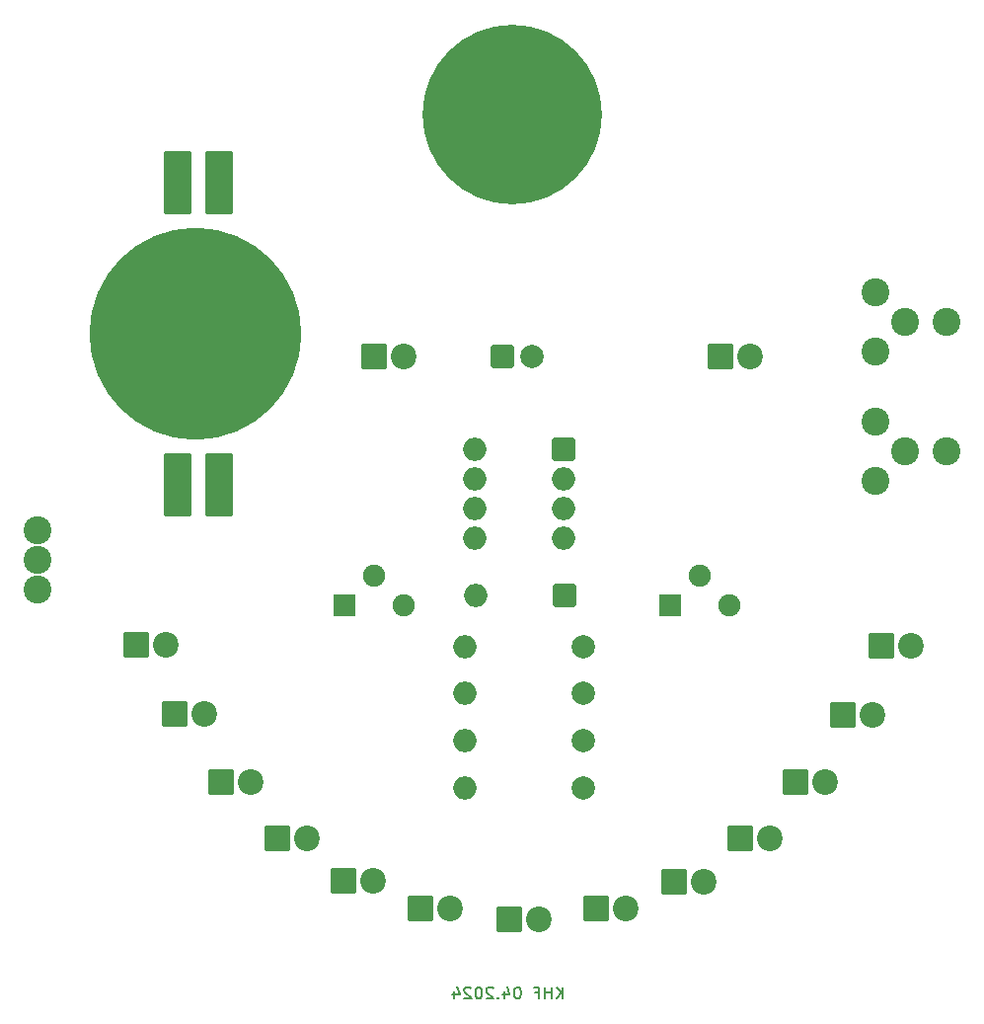
<source format=gbr>
%TF.GenerationSoftware,KiCad,Pcbnew,7.0.8*%
%TF.CreationDate,2024-04-06T10:04:34+02:00*%
%TF.ProjectId,Smiley,536d696c-6579-42e6-9b69-6361645f7063,rev?*%
%TF.SameCoordinates,Original*%
%TF.FileFunction,Soldermask,Bot*%
%TF.FilePolarity,Negative*%
%FSLAX46Y46*%
G04 Gerber Fmt 4.6, Leading zero omitted, Abs format (unit mm)*
G04 Created by KiCad (PCBNEW 7.0.8) date 2024-04-06 10:04:34*
%MOMM*%
%LPD*%
G01*
G04 APERTURE LIST*
G04 Aperture macros list*
%AMRoundRect*
0 Rectangle with rounded corners*
0 $1 Rounding radius*
0 $2 $3 $4 $5 $6 $7 $8 $9 X,Y pos of 4 corners*
0 Add a 4 corners polygon primitive as box body*
4,1,4,$2,$3,$4,$5,$6,$7,$8,$9,$2,$3,0*
0 Add four circle primitives for the rounded corners*
1,1,$1+$1,$2,$3*
1,1,$1+$1,$4,$5*
1,1,$1+$1,$6,$7*
1,1,$1+$1,$8,$9*
0 Add four rect primitives between the rounded corners*
20,1,$1+$1,$2,$3,$4,$5,0*
20,1,$1+$1,$4,$5,$6,$7,0*
20,1,$1+$1,$6,$7,$8,$9,0*
20,1,$1+$1,$8,$9,$2,$3,0*%
G04 Aperture macros list end*
%ADD10C,0.150000*%
%ADD11C,15.400000*%
%ADD12RoundRect,0.200000X-0.900000X-0.900000X0.900000X-0.900000X0.900000X0.900000X-0.900000X0.900000X0*%
%ADD13C,2.200000*%
%ADD14RoundRect,0.200000X-1.000000X2.500000X-1.000000X-2.500000X1.000000X-2.500000X1.000000X2.500000X0*%
%ADD15C,18.180000*%
%ADD16RoundRect,0.200000X0.800000X0.800000X-0.800000X0.800000X-0.800000X-0.800000X0.800000X-0.800000X0*%
%ADD17O,2.000000X2.000000*%
%ADD18RoundRect,0.200000X-0.750000X-0.750000X0.750000X-0.750000X0.750000X0.750000X-0.750000X0.750000X0*%
%ADD19C,1.900000*%
%ADD20C,2.400000*%
%ADD21C,2.000000*%
%ADD22RoundRect,0.200000X-0.800000X-0.800000X0.800000X-0.800000X0.800000X0.800000X-0.800000X0.800000X0*%
G04 APERTURE END LIST*
D10*
X84073220Y-105969819D02*
X84073220Y-104969819D01*
X83501792Y-105969819D02*
X83930363Y-105398390D01*
X83501792Y-104969819D02*
X84073220Y-105541247D01*
X83073220Y-105969819D02*
X83073220Y-104969819D01*
X83073220Y-105446009D02*
X82501792Y-105446009D01*
X82501792Y-105969819D02*
X82501792Y-104969819D01*
X81692268Y-105446009D02*
X82025601Y-105446009D01*
X82025601Y-105969819D02*
X82025601Y-104969819D01*
X82025601Y-104969819D02*
X81549411Y-104969819D01*
X80216077Y-104969819D02*
X80120839Y-104969819D01*
X80120839Y-104969819D02*
X80025601Y-105017438D01*
X80025601Y-105017438D02*
X79977982Y-105065057D01*
X79977982Y-105065057D02*
X79930363Y-105160295D01*
X79930363Y-105160295D02*
X79882744Y-105350771D01*
X79882744Y-105350771D02*
X79882744Y-105588866D01*
X79882744Y-105588866D02*
X79930363Y-105779342D01*
X79930363Y-105779342D02*
X79977982Y-105874580D01*
X79977982Y-105874580D02*
X80025601Y-105922200D01*
X80025601Y-105922200D02*
X80120839Y-105969819D01*
X80120839Y-105969819D02*
X80216077Y-105969819D01*
X80216077Y-105969819D02*
X80311315Y-105922200D01*
X80311315Y-105922200D02*
X80358934Y-105874580D01*
X80358934Y-105874580D02*
X80406553Y-105779342D01*
X80406553Y-105779342D02*
X80454172Y-105588866D01*
X80454172Y-105588866D02*
X80454172Y-105350771D01*
X80454172Y-105350771D02*
X80406553Y-105160295D01*
X80406553Y-105160295D02*
X80358934Y-105065057D01*
X80358934Y-105065057D02*
X80311315Y-105017438D01*
X80311315Y-105017438D02*
X80216077Y-104969819D01*
X79025601Y-105303152D02*
X79025601Y-105969819D01*
X79263696Y-104922200D02*
X79501791Y-105636485D01*
X79501791Y-105636485D02*
X78882744Y-105636485D01*
X78501791Y-105874580D02*
X78454172Y-105922200D01*
X78454172Y-105922200D02*
X78501791Y-105969819D01*
X78501791Y-105969819D02*
X78549410Y-105922200D01*
X78549410Y-105922200D02*
X78501791Y-105874580D01*
X78501791Y-105874580D02*
X78501791Y-105969819D01*
X78073220Y-105065057D02*
X78025601Y-105017438D01*
X78025601Y-105017438D02*
X77930363Y-104969819D01*
X77930363Y-104969819D02*
X77692268Y-104969819D01*
X77692268Y-104969819D02*
X77597030Y-105017438D01*
X77597030Y-105017438D02*
X77549411Y-105065057D01*
X77549411Y-105065057D02*
X77501792Y-105160295D01*
X77501792Y-105160295D02*
X77501792Y-105255533D01*
X77501792Y-105255533D02*
X77549411Y-105398390D01*
X77549411Y-105398390D02*
X78120839Y-105969819D01*
X78120839Y-105969819D02*
X77501792Y-105969819D01*
X76882744Y-104969819D02*
X76787506Y-104969819D01*
X76787506Y-104969819D02*
X76692268Y-105017438D01*
X76692268Y-105017438D02*
X76644649Y-105065057D01*
X76644649Y-105065057D02*
X76597030Y-105160295D01*
X76597030Y-105160295D02*
X76549411Y-105350771D01*
X76549411Y-105350771D02*
X76549411Y-105588866D01*
X76549411Y-105588866D02*
X76597030Y-105779342D01*
X76597030Y-105779342D02*
X76644649Y-105874580D01*
X76644649Y-105874580D02*
X76692268Y-105922200D01*
X76692268Y-105922200D02*
X76787506Y-105969819D01*
X76787506Y-105969819D02*
X76882744Y-105969819D01*
X76882744Y-105969819D02*
X76977982Y-105922200D01*
X76977982Y-105922200D02*
X77025601Y-105874580D01*
X77025601Y-105874580D02*
X77073220Y-105779342D01*
X77073220Y-105779342D02*
X77120839Y-105588866D01*
X77120839Y-105588866D02*
X77120839Y-105350771D01*
X77120839Y-105350771D02*
X77073220Y-105160295D01*
X77073220Y-105160295D02*
X77025601Y-105065057D01*
X77025601Y-105065057D02*
X76977982Y-105017438D01*
X76977982Y-105017438D02*
X76882744Y-104969819D01*
X76168458Y-105065057D02*
X76120839Y-105017438D01*
X76120839Y-105017438D02*
X76025601Y-104969819D01*
X76025601Y-104969819D02*
X75787506Y-104969819D01*
X75787506Y-104969819D02*
X75692268Y-105017438D01*
X75692268Y-105017438D02*
X75644649Y-105065057D01*
X75644649Y-105065057D02*
X75597030Y-105160295D01*
X75597030Y-105160295D02*
X75597030Y-105255533D01*
X75597030Y-105255533D02*
X75644649Y-105398390D01*
X75644649Y-105398390D02*
X76216077Y-105969819D01*
X76216077Y-105969819D02*
X75597030Y-105969819D01*
X74739887Y-105303152D02*
X74739887Y-105969819D01*
X74977982Y-104922200D02*
X75216077Y-105636485D01*
X75216077Y-105636485D02*
X74597030Y-105636485D01*
D11*
%TO.C,LP_rund*%
X79760000Y-30150000D03*
%TD*%
D12*
%TO.C,REF\u002A\u002A*%
X111380000Y-75670000D03*
D13*
X113920000Y-75670000D03*
%TD*%
D14*
%TO.C,U2*%
X51046000Y-35986000D03*
X54602000Y-35986000D03*
X51046000Y-61880000D03*
X54602000Y-61880000D03*
D15*
X52570000Y-48940000D03*
%TD*%
D16*
%TO.C,U1*%
X84100000Y-58900000D03*
D17*
X84100000Y-61440000D03*
X84100000Y-63980000D03*
X84100000Y-66520000D03*
X76480000Y-66520000D03*
X76480000Y-63980000D03*
X76480000Y-61440000D03*
X76480000Y-58900000D03*
%TD*%
D18*
%TO.C,T2*%
X65320000Y-72260000D03*
D19*
X67860000Y-69720000D03*
X70400000Y-72260000D03*
%TD*%
%TO.C,T1*%
X98320000Y-72260000D03*
X95780000Y-69720000D03*
D18*
X93240000Y-72260000D03*
%TD*%
D20*
%TO.C,S1*%
X38990000Y-65810000D03*
X38990000Y-68350000D03*
X38990000Y-70890000D03*
%TD*%
D17*
%TO.C,R6*%
X75620000Y-87910000D03*
D21*
X85780000Y-87910000D03*
%TD*%
%TO.C,R5*%
X85780000Y-83860000D03*
D17*
X75620000Y-83860000D03*
%TD*%
D21*
%TO.C,R4*%
X85780000Y-79810000D03*
D17*
X75620000Y-79810000D03*
%TD*%
D21*
%TO.C,R3*%
X85780000Y-75760000D03*
D17*
X75620000Y-75760000D03*
%TD*%
D20*
%TO.C,P2*%
X110840000Y-56500000D03*
X110840000Y-61580000D03*
X116936000Y-59040000D03*
X113380000Y-59040000D03*
%TD*%
%TO.C,P1*%
X110864000Y-45380000D03*
X110864000Y-50460000D03*
X116960000Y-47920000D03*
X113404000Y-47920000D03*
%TD*%
D12*
%TO.C,D15*%
X108050000Y-81620000D03*
D13*
X110590000Y-81620000D03*
%TD*%
D12*
%TO.C,D14*%
X104020000Y-87430000D03*
D13*
X106560000Y-87430000D03*
%TD*%
D12*
%TO.C,D13*%
X99255000Y-92260000D03*
D13*
X101795000Y-92260000D03*
%TD*%
D12*
%TO.C,D12*%
X93600000Y-95910000D03*
D13*
X96140000Y-95910000D03*
%TD*%
D12*
%TO.C,D11*%
X86960000Y-98240000D03*
D13*
X89500000Y-98240000D03*
%TD*%
D12*
%TO.C,D10*%
X79440000Y-99140000D03*
D13*
X81980000Y-99140000D03*
%TD*%
D12*
%TO.C,D9*%
X71830000Y-98190000D03*
D13*
X74370000Y-98190000D03*
%TD*%
D12*
%TO.C,D8*%
X65210000Y-95850000D03*
D13*
X67750000Y-95850000D03*
%TD*%
%TO.C,D7*%
X62090000Y-92230000D03*
D12*
X59550000Y-92230000D03*
%TD*%
%TO.C,D6*%
X54765000Y-87380000D03*
D13*
X57305000Y-87380000D03*
%TD*%
D12*
%TO.C,D5*%
X50760000Y-81560000D03*
D13*
X53300000Y-81560000D03*
%TD*%
D12*
%TO.C,D4*%
X47480000Y-75630000D03*
D13*
X50020000Y-75630000D03*
%TD*%
D16*
%TO.C,D3*%
X84200000Y-71420000D03*
D17*
X76580000Y-71420000D03*
%TD*%
D13*
%TO.C,D2*%
X100090000Y-50930000D03*
D12*
X97550000Y-50930000D03*
%TD*%
D13*
%TO.C,D1*%
X70445000Y-50890000D03*
D12*
X67905000Y-50890000D03*
%TD*%
D22*
%TO.C,C1*%
X78900000Y-50900000D03*
D21*
X81400000Y-50900000D03*
%TD*%
M02*

</source>
